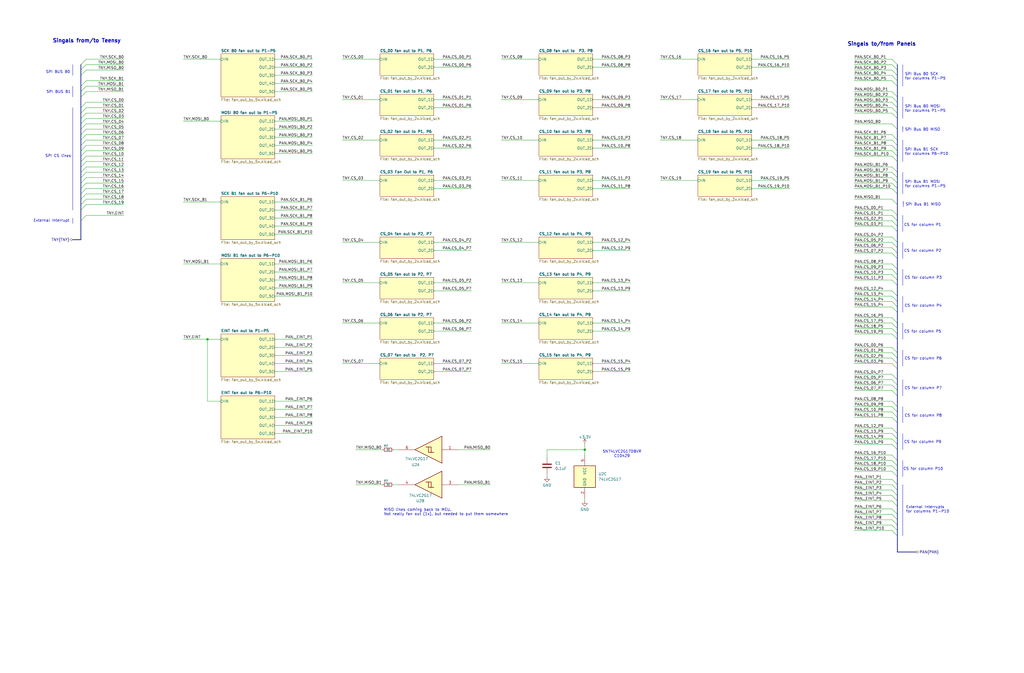
<source format=kicad_sch>
(kicad_sch (version 20250114) (generator "eeschema") (generator_version "9.0")
  (paper "User" 482.6 317.5)
  (bus_alias "PAN" (members "SCK_B0_P1" "SCK_B0_P2" "SCK_B0_P3" "SCK_B0_P4" "SCK_B0_P5" "MOSI_B0_P1" "MOSI_B0_P2" "MOSI_B0_P3" "MOSI_B0_P4" "MOSI_B0_P5" "MISO_B0" "SCK_B1_P6" "SCK_B1_P7" "SCK_B1_P8" "SCK_B1_P9" "SCK_B1_P10" "MOSI_B1_P6" "MOSI_B1_P7" "MOSI_B1_P8" "MOSI_B1_P9" "MOSI_B1_P10" "MISO_B1" "CS_00_P1" "CS_01_P1" "CS_02_P1" "CS_03_P1" "CS_04_P2" "CS_05_P2" "CS_06_P2" "CS_07_P2" "CS_08_P3" "CS_09_P3" "CS_10_P3" "CS_11_P3" "CS_12_P4" "CS_13_P4" "CS_14_P4" "CS_15_P4" "CS_16_P5" "CS_17_P5" "CS_18_P5" "CS_19_P5" "CS_00_P6" "CS_01_P6" "CS_02_P6" "CS_03_P6" "CS_04_P7" "CS_05_P7" "CS_06_P7" "CS_07_P7" "CS_08_P8" "CS_09_P8" "CS_10_P8" "CS_11_P8" "CS_12_P9" "CS_13_P9" "CS_14_P9" "CS_15_P9" "CS_16_P10" "CS_17_P10" "CS_19_P10" "EINT_P1" "EINT_P2" "EINT_P3" "EINT_P4" "EINT_P5" "EINT_P6" "EINT_P7" "EINT_P8" "EINT_P9" "EINT_P10"))
  (text "Singals to/from Panels" (at 415.544 20.828 0) (effects (font (size 1.778 1.778) (thickness 0.3556) (bold yes))))
  (text "SPI BUS B0 " (at 21.59 34.036 0) (effects (font (size 1.27 1.27)) (justify left)))
  (text "SPI BUS B1" (at 21.844 43.434 0) (effects (font (size 1.27 1.27)) (justify left)))
  (text "Singals from/to Teensy" (at 40.894 19.304 0) (effects (font (size 1.778 1.778) (thickness 0.3556) (bold yes))))
  (text "SPI Bus B1 MOSI\nfor columns P1-P5" (at 426.466 86.868 0) (effects (font (size 1.27 1.27)) (justify left)))
  (text "SPI Bus B0 SCK\nfor columns P1-P5" (at 426.466 36.068 0) (effects (font (size 1.27 1.27)) (justify left)))
  (text "SPI Bus B0 MOSI\nfor columns P1-P5" (at 426.466 51.308 0) (effects (font (size 1.27 1.27)) (justify left)))
  (text "CS for column P1" (at 434.848 106.172 0) (effects (font (size 1.27 1.27))))
  (text "CS for column P5" (at 434.848 156.464 0) (effects (font (size 1.27 1.27))))
  (text "CS for column P8" (at 435.102 196.088 0) (effects (font (size 1.27 1.27))))
  (text "CS for column P3" (at 435.102 131.064 0) (effects (font (size 1.27 1.27))))
  (text "SPI Bus B1 SCK\nfor columns P6-P10" (at 426.466 71.628 0) (effects (font (size 1.27 1.27)) (justify left)))
  (text "External Interrupt" (at 32.766 104.14 0) (effects (font (size 1.27 1.27)) (justify right)))
  (text "External Interrupts\nfor columns P1-P10" (at 426.974 240.284 0) (effects (font (size 1.27 1.27)) (justify left)))
  (text "CS for column P7" (at 435.102 183.134 0) (effects (font (size 1.27 1.27))))
  (text "MISO lines coming back to MCU.\nNot really fan out (1x), but needed to put them somewhere" (at 180.848 241.554 0) (effects (font (size 1.27 1.27)) (justify left)))
  (text "CS for column P4" (at 435.102 144.272 0) (effects (font (size 1.27 1.27))))
  (text "CS for column P10" (at 435.102 221.234 0) (effects (font (size 1.27 1.27))))
  (text "SPI Bus B0 MISO" (at 426.466 61.214 0) (effects (font (size 1.27 1.27)) (justify left)))
  (text "CS for column P9" (at 434.848 208.534 0) (effects (font (size 1.27 1.27))))
  (text "CS for column P2" (at 434.848 118.364 0) (effects (font (size 1.27 1.27))))
  (text "SN74LVC2G17DBVR\nC10429" (at 293.116 214.122 0) (effects (font (size 1.27 1.27))))
  (text "SPI Bus B1 MISO" (at 426.72 96.52 0) (effects (font (size 1.27 1.27)) (justify left)))
  (text "SPI CS lines" (at 33.528 73.66 0) (effects (font (size 1.27 1.27)) (justify right)))
  (text "CS for column P6" (at 435.102 169.164 0) (effects (font (size 1.27 1.27))))
  (junction (at 275.59 212.09))
  (junction (at 97.79 160.02))
  (bus_entry (at 422.91 30.48) (size -2.54 -2.54))
  (bus_entry (at 420.37 157.48) (size 2.54 2.54))
  (bus_entry (at 38.1 81.28) (size 2.54 -2.54))
  (bus_entry (at 38.1 60.96) (size 2.54 -2.54))
  (bus_entry (at 422.91 81.28) (size -2.54 -2.54))
  (bus_entry (at 422.91 166.37) (size -2.54 -2.54))
  (bus_entry (at 40.64 93.98) (size -2.54 2.54))
  (bus_entry (at 422.91 35.56) (size -2.54 -2.54))
  (bus_entry (at 422.91 171.45) (size -2.54 -2.54))
  (bus_entry (at 422.91 45.72) (size -2.54 -2.54))
  (bus_entry (at 422.91 91.44) (size -2.54 -2.54))
  (bus_entry (at 420.37 217.17) (size 2.54 2.54))
  (bus_entry (at 38.1 43.18) (size 2.54 -2.54))
  (bus_entry (at 38.1 30.48) (size 2.54 -2.54))
  (bus_entry (at 422.91 60.96) (size -2.54 -2.54))
  (bus_entry (at 422.91 116.84) (size -2.54 -2.54))
  (bus_entry (at 422.91 236.22) (size -2.54 -2.54))
  (bus_entry (at 422.91 194.31) (size -2.54 -2.54))
  (bus_entry (at 422.91 68.58) (size -2.54 -2.54))
  (bus_entry (at 422.91 127) (size -2.54 -2.54))
  (bus_entry (at 422.91 228.6) (size -2.54 -2.54))
  (bus_entry (at 420.37 149.86) (size 2.54 2.54))
  (bus_entry (at 38.1 40.64) (size 2.54 -2.54))
  (bus_entry (at 422.91 252.73) (size -2.54 -2.54))
  (bus_entry (at 422.91 55.88) (size -2.54 -2.54))
  (bus_entry (at 422.91 184.15) (size -2.54 -2.54))
  (bus_entry (at 422.91 104.14) (size -2.54 -2.54))
  (bus_entry (at 422.91 233.68) (size -2.54 -2.54))
  (bus_entry (at 422.91 73.66) (size -2.54 -2.54))
  (bus_entry (at 38.1 71.12) (size 2.54 -2.54))
  (bus_entry (at 38.1 50.8) (size 2.54 -2.54))
  (bus_entry (at 422.91 121.92) (size -2.54 -2.54))
  (bus_entry (at 38.1 53.34) (size 2.54 -2.54))
  (bus_entry (at 38.1 73.66) (size 2.54 -2.54))
  (bus_entry (at 40.64 86.36) (size -2.54 2.54))
  (bus_entry (at 422.91 33.02) (size -2.54 -2.54))
  (bus_entry (at 40.64 88.9) (size -2.54 2.54))
  (bus_entry (at 422.91 181.61) (size -2.54 -2.54))
  (bus_entry (at 38.1 63.5) (size 2.54 -2.54))
  (bus_entry (at 40.64 91.44) (size -2.54 2.54))
  (bus_entry (at 422.91 134.62) (size -2.54 -2.54))
  (bus_entry (at 422.91 50.8) (size -2.54 -2.54))
  (bus_entry (at 38.1 66.04) (size 2.54 -2.54))
  (bus_entry (at 420.37 144.78) (size 2.54 2.54))
  (bus_entry (at 422.91 40.64) (size -2.54 -2.54))
  (bus_entry (at 38.1 33.02) (size 2.54 -2.54))
  (bus_entry (at 422.91 144.78) (size -2.54 -2.54))
  (bus_entry (at 422.91 119.38) (size -2.54 -2.54))
  (bus_entry (at 422.91 101.6) (size -2.54 -2.54))
  (bus_entry (at 422.91 139.7) (size -2.54 -2.54))
  (bus_entry (at 38.1 78.74) (size 2.54 -2.54))
  (bus_entry (at 420.37 154.94) (size 2.54 2.54))
  (bus_entry (at 422.91 142.24) (size -2.54 -2.54))
  (bus_entry (at 422.91 129.54) (size -2.54 -2.54))
  (bus_entry (at 422.91 48.26) (size -2.54 -2.54))
  (bus_entry (at 40.64 101.6) (size -2.54 2.54))
  (bus_entry (at 38.1 45.72) (size 2.54 -2.54))
  (bus_entry (at 422.91 250.19) (size -2.54 -2.54))
  (bus_entry (at 420.37 209.55) (size 2.54 2.54))
  (bus_entry (at 40.64 96.52) (size -2.54 2.54))
  (bus_entry (at 38.1 83.82) (size 2.54 -2.54))
  (bus_entry (at 422.91 86.36) (size -2.54 -2.54))
  (bus_entry (at 422.91 53.34) (size -2.54 -2.54))
  (bus_entry (at 38.1 55.88) (size 2.54 -2.54))
  (bus_entry (at 422.91 242.57) (size -2.54 -2.54))
  (bus_entry (at 422.91 196.85) (size -2.54 -2.54))
  (bus_entry (at 38.1 68.58) (size 2.54 -2.54))
  (bus_entry (at 422.91 66.04) (size -2.54 -2.54))
  (bus_entry (at 420.37 214.63) (size 2.54 2.54))
  (bus_entry (at 422.91 245.11) (size -2.54 -2.54))
  (bus_entry (at 422.91 88.9) (size -2.54 -2.54))
  (bus_entry (at 422.91 191.77) (size -2.54 -2.54))
  (bus_entry (at 422.91 207.01) (size -2.54 -2.54))
  (bus_entry (at 422.91 186.69) (size -2.54 -2.54))
  (bus_entry (at 38.1 35.56) (size 2.54 -2.54))
  (bus_entry (at 38.1 76.2) (size 2.54 -2.54))
  (bus_entry (at 422.91 38.1) (size -2.54 -2.54))
  (bus_entry (at 422.91 204.47) (size -2.54 -2.54))
  (bus_entry (at 420.37 152.4) (size 2.54 2.54))
  (bus_entry (at 422.91 173.99) (size -2.54 -2.54))
  (bus_entry (at 422.91 247.65) (size -2.54 -2.54))
  (bus_entry (at 422.91 114.3) (size -2.54 -2.54))
  (bus_entry (at 422.91 106.68) (size -2.54 -2.54))
  (bus_entry (at 38.1 58.42) (size 2.54 -2.54))
  (bus_entry (at 38.1 86.36) (size 2.54 -2.54))
  (bus_entry (at 422.91 238.76) (size -2.54 -2.54))
  (bus_entry (at 422.91 76.2) (size -2.54 -2.54))
  (bus_entry (at 422.91 109.22) (size -2.54 -2.54))
  (bus_entry (at 422.91 231.14) (size -2.54 -2.54))
  (bus_entry (at 420.37 219.71) (size 2.54 2.54))
  (bus_entry (at 422.91 71.12) (size -2.54 -2.54))
  (bus_entry (at 422.91 209.55) (size -2.54 -2.54))
  (bus_entry (at 422.91 96.52) (size -2.54 -2.54))
  (bus_entry (at 422.91 179.07) (size -2.54 -2.54))
  (bus_entry (at 422.91 199.39) (size -2.54 -2.54))
  (bus_entry (at 420.37 222.25) (size 2.54 2.54))
  (bus_entry (at 422.91 168.91) (size -2.54 -2.54))
  (bus_entry (at 422.91 83.82) (size -2.54 -2.54))
  (bus_entry (at 422.91 132.08) (size -2.54 -2.54))
  (bus (pts (xy 422.91 152.4) (xy 422.91 154.94)))
  (bus (pts (xy 422.91 233.68) (xy 422.91 236.22)))
  (bus (pts (xy 422.91 139.7) (xy 422.91 142.24)))
  (wire (pts (xy 420.37 245.11) (xy 402.59 245.11)))
  (wire (pts (xy 420.37 81.28) (xy 402.59 81.28)))
  (wire (pts (xy 204.47 175.26) (xy 222.25 175.26)))
  (bus (pts (xy 38.1 60.96) (xy 38.1 63.5)))
  (bus (pts (xy 422.91 250.19) (xy 422.91 252.73)))
  (wire (pts (xy 129.54 171.45) (xy 147.32 171.45)))
  (bus (pts (xy 422.91 127) (xy 422.91 129.54)))
  (bus (pts (xy 422.91 160.02) (xy 422.91 166.37)))
  (wire (pts (xy 204.47 114.3) (xy 222.25 114.3)))
  (wire (pts (xy 279.4 27.94) (xy 297.18 27.94)))
  (wire (pts (xy 420.37 233.68) (xy 402.59 233.68)))
  (wire (pts (xy 204.47 133.35) (xy 222.25 133.35)))
  (wire (pts (xy 311.15 46.99) (xy 328.93 46.99)))
  (wire (pts (xy 420.37 163.83) (xy 402.59 163.83)))
  (wire (pts (xy 420.37 176.53) (xy 402.59 176.53)))
  (wire (pts (xy 129.54 64.77) (xy 147.32 64.77)))
  (wire (pts (xy 104.14 189.23) (xy 97.79 189.23)))
  (bus (pts (xy 422.91 134.62) (xy 422.91 139.7)))
  (wire (pts (xy 275.59 209.55) (xy 275.59 212.09)))
  (polyline (pts (xy 425.704 94.996) (xy 425.704 96.266)))
  (bus (pts (xy 422.91 222.25) (xy 422.91 224.79)))
  (wire (pts (xy 40.64 27.94) (xy 58.42 27.94)))
  (wire (pts (xy 420.37 236.22) (xy 402.59 236.22)))
  (wire (pts (xy 420.37 144.78) (xy 402.59 144.78)))
  (wire (pts (xy 129.54 167.64) (xy 147.32 167.64)))
  (bus (pts (xy 422.91 179.07) (xy 422.91 181.61)))
  (wire (pts (xy 161.29 66.04) (xy 179.07 66.04)))
  (bus (pts (xy 38.1 45.72) (xy 38.1 50.8)))
  (wire (pts (xy 185.42 228.6) (xy 187.96 228.6)))
  (wire (pts (xy 40.64 81.28) (xy 58.42 81.28)))
  (wire (pts (xy 236.22 114.3) (xy 254 114.3)))
  (wire (pts (xy 40.64 33.02) (xy 58.42 33.02)))
  (wire (pts (xy 129.54 110.49) (xy 147.32 110.49)))
  (bus (pts (xy 422.91 50.8) (xy 422.91 53.34)))
  (wire (pts (xy 420.37 168.91) (xy 402.59 168.91)))
  (bus (pts (xy 38.1 104.14) (xy 38.1 113.03)))
  (wire (pts (xy 420.37 35.56) (xy 402.59 35.56)))
  (bus (pts (xy 38.1 73.66) (xy 38.1 76.2)))
  (wire (pts (xy 420.37 184.15) (xy 402.59 184.15)))
  (bus (pts (xy 422.91 181.61) (xy 422.91 184.15)))
  (wire (pts (xy 161.29 152.4) (xy 179.07 152.4)))
  (wire (pts (xy 420.37 240.03) (xy 402.59 240.03)))
  (wire (pts (xy 420.37 231.14) (xy 402.59 231.14)))
  (wire (pts (xy 420.37 83.82) (xy 402.59 83.82)))
  (wire (pts (xy 275.59 212.09) (xy 275.59 214.63)))
  (wire (pts (xy 58.42 63.5) (xy 40.64 63.5)))
  (bus (pts (xy 38.1 50.8) (xy 38.1 53.34)))
  (wire (pts (xy 420.37 78.74) (xy 402.59 78.74)))
  (wire (pts (xy 420.37 88.9) (xy 402.59 88.9)))
  (wire (pts (xy 129.54 60.96) (xy 147.32 60.96)))
  (wire (pts (xy 185.42 212.09) (xy 187.96 212.09)))
  (bus (pts (xy 422.91 132.08) (xy 422.91 134.62)))
  (bus (pts (xy 422.91 184.15) (xy 422.91 186.69)))
  (polyline (pts (xy 425.45 152.4) (xy 425.45 160.02)))
  (bus (pts (xy 422.91 119.38) (xy 422.91 121.92)))
  (wire (pts (xy 420.37 196.85) (xy 402.59 196.85)))
  (wire (pts (xy 129.54 128.27) (xy 147.32 128.27)))
  (bus (pts (xy 38.1 40.64) (xy 38.1 43.18)))
  (bus (pts (xy 422.91 247.65) (xy 422.91 250.19)))
  (wire (pts (xy 420.37 38.1) (xy 402.59 38.1)))
  (wire (pts (xy 354.33 31.75) (xy 372.11 31.75)))
  (bus (pts (xy 422.91 33.02) (xy 422.91 35.56)))
  (bus (pts (xy 422.91 30.48) (xy 422.91 33.02)))
  (wire (pts (xy 420.37 166.37) (xy 402.59 166.37)))
  (wire (pts (xy 420.37 33.02) (xy 402.59 33.02)))
  (wire (pts (xy 167.64 228.6) (xy 180.34 228.6)))
  (bus (pts (xy 422.91 91.44) (xy 422.91 96.52)))
  (wire (pts (xy 420.37 106.68) (xy 402.59 106.68)))
  (bus (pts (xy 38.1 93.98) (xy 38.1 96.52)))
  (bus (pts (xy 422.91 116.84) (xy 422.91 119.38)))
  (wire (pts (xy 420.37 45.72) (xy 402.59 45.72)))
  (wire (pts (xy 402.59 214.63) (xy 420.37 214.63)))
  (wire (pts (xy 86.36 95.25) (xy 104.14 95.25)))
  (wire (pts (xy 58.42 93.98) (xy 40.64 93.98)))
  (wire (pts (xy 204.47 118.11) (xy 222.25 118.11)))
  (wire (pts (xy 97.79 189.23) (xy 97.79 160.02)))
  (bus (pts (xy 38.1 35.56) (xy 38.1 40.64)))
  (wire (pts (xy 129.54 35.56) (xy 147.32 35.56)))
  (bus (pts (xy 422.91 35.56) (xy 422.91 38.1)))
  (wire (pts (xy 420.37 111.76) (xy 402.59 111.76)))
  (wire (pts (xy 402.59 154.94) (xy 420.37 154.94)))
  (wire (pts (xy 40.64 48.26) (xy 58.42 48.26)))
  (wire (pts (xy 420.37 66.04) (xy 402.59 66.04)))
  (wire (pts (xy 420.37 204.47) (xy 402.59 204.47)))
  (bus (pts (xy 422.91 166.37) (xy 422.91 168.91)))
  (wire (pts (xy 129.54 200.66) (xy 147.32 200.66)))
  (bus (pts (xy 38.1 68.58) (xy 38.1 71.12)))
  (wire (pts (xy 129.54 204.47) (xy 147.32 204.47)))
  (wire (pts (xy 58.42 91.44) (xy 40.64 91.44)))
  (wire (pts (xy 204.47 88.9) (xy 222.25 88.9)))
  (wire (pts (xy 279.4 85.09) (xy 297.18 85.09)))
  (wire (pts (xy 420.37 142.24) (xy 402.59 142.24)))
  (wire (pts (xy 420.37 101.6) (xy 402.59 101.6)))
  (bus (pts (xy 422.91 245.11) (xy 422.91 247.65)))
  (bus (pts (xy 422.91 48.26) (xy 422.91 50.8)))
  (wire (pts (xy 40.64 73.66) (xy 58.42 73.66)))
  (wire (pts (xy 40.64 60.96) (xy 58.42 60.96)))
  (bus (pts (xy 422.91 204.47) (xy 422.91 207.01)))
  (wire (pts (xy 420.37 171.45) (xy 402.59 171.45)))
  (wire (pts (xy 40.64 43.18) (xy 58.42 43.18)))
  (wire (pts (xy 204.47 156.21) (xy 222.25 156.21)))
  (bus (pts (xy 422.91 73.66) (xy 422.91 76.2)))
  (polyline (pts (xy 425.45 60.96) (xy 425.45 62.23)) (stroke (width 0) (type solid)))
  (wire (pts (xy 420.37 139.7) (xy 402.59 139.7)))
  (wire (pts (xy 40.64 71.12) (xy 58.42 71.12)))
  (wire (pts (xy 161.29 27.94) (xy 179.07 27.94)))
  (bus (pts (xy 422.91 96.52) (xy 422.91 101.6)))
  (wire (pts (xy 257.81 223.52) (xy 257.81 224.79)))
  (polyline (pts (xy 425.45 191.77) (xy 425.45 199.39)))
  (wire (pts (xy 129.54 193.04) (xy 147.32 193.04)))
  (bus (pts (xy 38.1 53.34) (xy 38.1 55.88)))
  (bus (pts (xy 422.91 60.96) (xy 422.91 66.04)))
  (wire (pts (xy 279.4 152.4) (xy 297.18 152.4)))
  (polyline (pts (xy 425.45 45.72) (xy 425.45 55.88)))
  (wire (pts (xy 40.64 58.42) (xy 58.42 58.42)))
  (wire (pts (xy 420.37 209.55) (xy 402.59 209.55)))
  (wire (pts (xy 420.37 30.48) (xy 402.59 30.48)))
  (wire (pts (xy 129.54 72.39) (xy 147.32 72.39)))
  (wire (pts (xy 86.36 124.46) (xy 104.14 124.46)))
  (wire (pts (xy 204.47 46.99) (xy 222.25 46.99)))
  (polyline (pts (xy 425.45 114.3) (xy 425.45 121.92)))
  (wire (pts (xy 420.37 50.8) (xy 402.59 50.8)))
  (bus (pts (xy 422.91 38.1) (xy 422.91 40.64)))
  (bus (pts (xy 422.91 76.2) (xy 422.91 81.28)))
  (wire (pts (xy 279.4 69.85) (xy 297.18 69.85)))
  (bus (pts (xy 422.91 238.76) (xy 422.91 242.57)))
  (polyline (pts (xy 34.29 40.64) (xy 34.29 45.72)))
  (polyline (pts (xy 34.29 50.8) (xy 34.29 99.06)))
  (wire (pts (xy 420.37 114.3) (xy 402.59 114.3)))
  (polyline (pts (xy 425.45 179.07) (xy 425.45 186.69)))
  (wire (pts (xy 354.33 46.99) (xy 372.11 46.99)))
  (bus (pts (xy 422.91 142.24) (xy 422.91 144.78)))
  (bus (pts (xy 422.91 129.54) (xy 422.91 132.08)))
  (bus (pts (xy 422.91 106.68) (xy 422.91 109.22)))
  (wire (pts (xy 311.15 27.94) (xy 328.93 27.94)))
  (wire (pts (xy 279.4 46.99) (xy 297.18 46.99)))
  (wire (pts (xy 402.59 181.61) (xy 420.37 181.61)))
  (wire (pts (xy 279.4 171.45) (xy 297.18 171.45)))
  (bus (pts (xy 38.1 63.5) (xy 38.1 66.04)))
  (bus (pts (xy 38.1 33.02) (xy 38.1 35.56)))
  (wire (pts (xy 420.37 68.58) (xy 402.59 68.58)))
  (wire (pts (xy 279.4 66.04) (xy 297.18 66.04)))
  (wire (pts (xy 40.64 78.74) (xy 58.42 78.74)))
  (wire (pts (xy 354.33 27.94) (xy 372.11 27.94)))
  (bus (pts (xy 422.91 252.73) (xy 422.91 260.35)))
  (bus (pts (xy 422.91 199.39) (xy 422.91 204.47)))
  (wire (pts (xy 167.64 212.09) (xy 180.34 212.09)))
  (wire (pts (xy 58.42 101.6) (xy 40.64 101.6)))
  (wire (pts (xy 129.54 39.37) (xy 147.32 39.37)))
  (wire (pts (xy 129.54 43.18) (xy 147.32 43.18)))
  (wire (pts (xy 420.37 226.06) (xy 402.59 226.06)))
  (wire (pts (xy 420.37 179.07) (xy 402.59 179.07)))
  (wire (pts (xy 402.59 152.4) (xy 420.37 152.4)))
  (bus (pts (xy 422.91 219.71) (xy 422.91 222.25)))
  (wire (pts (xy 402.59 116.84) (xy 420.37 116.84)))
  (bus (pts (xy 38.1 91.44) (xy 38.1 93.98)))
  (bus (pts (xy 38.1 71.12) (xy 38.1 73.66)))
  (wire (pts (xy 275.59 234.95) (xy 275.59 236.22)))
  (bus (pts (xy 422.91 228.6) (xy 422.91 231.14)))
  (polyline (pts (xy 425.45 127) (xy 425.45 134.62)))
  (wire (pts (xy 420.37 99.06) (xy 402.59 99.06)))
  (bus (pts (xy 422.91 144.78) (xy 422.91 147.32)))
  (wire (pts (xy 40.64 50.8) (xy 58.42 50.8)))
  (wire (pts (xy 279.4 114.3) (xy 297.18 114.3)))
  (wire (pts (xy 279.4 137.16) (xy 297.18 137.16)))
  (bus (pts (xy 422.91 236.22) (xy 422.91 238.76)))
  (bus (pts (xy 422.91 109.22) (xy 422.91 114.3)))
  (bus (pts (xy 422.91 207.01) (xy 422.91 209.55)))
  (wire (pts (xy 204.47 152.4) (xy 222.25 152.4)))
  (wire (pts (xy 420.37 132.08) (xy 402.59 132.08)))
  (polyline (pts (xy 425.45 204.47) (xy 425.45 212.09)))
  (wire (pts (xy 257.81 212.09) (xy 257.81 215.9)))
  (bus (pts (xy 422.91 121.92) (xy 422.91 127)))
  (bus (pts (xy 422.91 88.9) (xy 422.91 91.44)))
  (wire (pts (xy 311.15 85.09) (xy 328.93 85.09)))
  (bus (pts (xy 422.91 168.91) (xy 422.91 171.45)))
  (polyline (pts (xy 425.45 81.28) (xy 425.45 91.44)))
  (wire (pts (xy 204.47 137.16) (xy 222.25 137.16)))
  (wire (pts (xy 420.37 71.12) (xy 402.59 71.12)))
  (wire (pts (xy 40.64 55.88) (xy 58.42 55.88)))
  (wire (pts (xy 420.37 48.26) (xy 402.59 48.26)))
  (wire (pts (xy 402.59 157.48) (xy 420.37 157.48)))
  (wire (pts (xy 58.42 96.52) (xy 40.64 96.52)))
  (polyline (pts (xy 425.45 59.69) (xy 425.45 60.96)))
  (wire (pts (xy 420.37 137.16) (xy 402.59 137.16)))
  (bus (pts (xy 422.91 154.94) (xy 422.91 157.48)))
  (wire (pts (xy 279.4 50.8) (xy 297.18 50.8)))
  (bus (pts (xy 422.91 191.77) (xy 422.91 194.31)))
  (wire (pts (xy 58.42 88.9) (xy 40.64 88.9)))
  (bus (pts (xy 422.91 68.58) (xy 422.91 71.12)))
  (wire (pts (xy 420.37 189.23) (xy 402.59 189.23)))
  (wire (pts (xy 420.37 43.18) (xy 402.59 43.18)))
  (wire (pts (xy 204.47 69.85) (xy 222.25 69.85)))
  (wire (pts (xy 129.54 132.08) (xy 147.32 132.08)))
  (wire (pts (xy 161.29 171.45) (xy 179.07 171.45)))
  (wire (pts (xy 311.15 66.04) (xy 328.93 66.04)))
  (polyline (pts (xy 34.29 30.48) (xy 34.29 35.56)))
  (wire (pts (xy 420.37 250.19) (xy 402.59 250.19)))
  (bus (pts (xy 38.1 58.42) (xy 38.1 60.96)))
  (wire (pts (xy 354.33 50.8) (xy 372.11 50.8)))
  (wire (pts (xy 129.54 139.7) (xy 147.32 139.7)))
  (wire (pts (xy 420.37 127) (xy 402.59 127)))
  (wire (pts (xy 236.22 133.35) (xy 254 133.35)))
  (wire (pts (xy 279.4 133.35) (xy 297.18 133.35)))
  (wire (pts (xy 279.4 31.75) (xy 297.18 31.75)))
  (bus (pts (xy 38.1 96.52) (xy 38.1 99.06)))
  (wire (pts (xy 86.36 160.02) (xy 97.79 160.02)))
  (bus (pts (xy 422.91 231.14) (xy 422.91 233.68)))
  (wire (pts (xy 420.37 194.31) (xy 402.59 194.31)))
  (wire (pts (xy 129.54 57.15) (xy 147.32 57.15)))
  (wire (pts (xy 420.37 201.93) (xy 402.59 201.93)))
  (wire (pts (xy 420.37 86.36) (xy 402.59 86.36)))
  (wire (pts (xy 236.22 66.04) (xy 254 66.04)))
  (wire (pts (xy 129.54 99.06) (xy 147.32 99.06)))
  (wire (pts (xy 40.64 68.58) (xy 58.42 68.58)))
  (wire (pts (xy 40.64 86.36) (xy 58.42 86.36)))
  (wire (pts (xy 279.4 88.9) (xy 297.18 88.9)))
  (wire (pts (xy 257.81 212.09) (xy 275.59 212.09)))
  (wire (pts (xy 40.64 76.2) (xy 58.42 76.2)))
  (polyline (pts (xy 425.45 165.1) (xy 425.45 172.72)))
  (wire (pts (xy 129.54 106.68) (xy 147.32 106.68)))
  (wire (pts (xy 40.64 66.04) (xy 58.42 66.04)))
  (wire (pts (xy 420.37 93.98) (xy 402.59 93.98)))
  (wire (pts (xy 236.22 85.09) (xy 254 85.09)))
  (wire (pts (xy 129.54 27.94) (xy 147.32 27.94)))
  (polyline (pts (xy 34.29 102.87) (xy 34.29 105.41)))
  (wire (pts (xy 161.29 133.35) (xy 179.07 133.35)))
  (wire (pts (xy 204.47 85.09) (xy 222.25 85.09)))
  (bus (pts (xy 422.91 104.14) (xy 422.91 106.68)))
  (bus (pts (xy 422.91 81.28) (xy 422.91 83.82)))
  (wire (pts (xy 420.37 129.54) (xy 402.59 129.54)))
  (wire (pts (xy 236.22 152.4) (xy 254 152.4)))
  (bus (pts (xy 38.1 66.04) (xy 38.1 68.58)))
  (bus (pts (xy 38.1 99.06) (xy 38.1 104.14)))
  (bus (pts (xy 422.91 53.34) (xy 422.91 55.88)))
  (bus (pts (xy 422.91 196.85) (xy 422.91 199.39)))
  (wire (pts (xy 402.59 222.25) (xy 420.37 222.25)))
  (polyline (pts (xy 425.45 101.6) (xy 425.45 109.22)))
  (bus (pts (xy 422.91 209.55) (xy 422.91 212.09)))
  (bus (pts (xy 422.91 86.36) (xy 422.91 88.9)))
  (bus (pts (xy 422.91 242.57) (xy 422.91 245.11)))
  (wire (pts (xy 204.47 27.94) (xy 222.25 27.94)))
  (bus (pts (xy 38.1 30.48) (xy 38.1 33.02)))
  (wire (pts (xy 420.37 228.6) (xy 402.59 228.6)))
  (wire (pts (xy 420.37 63.5) (xy 402.59 63.5)))
  (bus (pts (xy 38.1 76.2) (xy 38.1 78.74)))
  (bus (pts (xy 422.91 173.99) (xy 422.91 179.07)))
  (bus (pts (xy 422.91 55.88) (xy 422.91 60.96)))
  (wire (pts (xy 204.47 171.45) (xy 222.25 171.45)))
  (wire (pts (xy 354.33 85.09) (xy 372.11 85.09)))
  (wire (pts (xy 420.37 191.77) (xy 402.59 191.77)))
  (wire (pts (xy 420.37 73.66) (xy 402.59 73.66)))
  (polyline (pts (xy 425.45 59.69) (xy 425.45 60.96)))
  (wire (pts (xy 129.54 163.83) (xy 147.32 163.83)))
  (wire (pts (xy 129.54 135.89) (xy 147.32 135.89)))
  (wire (pts (xy 161.29 85.09) (xy 179.07 85.09)))
  (wire (pts (xy 129.54 31.75) (xy 147.32 31.75)))
  (wire (pts (xy 354.33 88.9) (xy 372.11 88.9)))
  (bus (pts (xy 422.91 147.32) (xy 422.91 152.4)))
  (bus (pts (xy 422.91 186.69) (xy 422.91 191.77)))
  (bus (pts (xy 38.1 55.88) (xy 38.1 58.42)))
  (bus (pts (xy 422.91 157.48) (xy 422.91 160.02)))
  (bus (pts (xy 422.91 212.09) (xy 422.91 217.17)))
  (polyline (pts (xy 425.45 217.17) (xy 425.45 224.79)))
  (bus (pts (xy 38.1 86.36) (xy 38.1 88.9)))
  (wire (pts (xy 40.64 83.82) (xy 58.42 83.82)))
  (wire (pts (xy 215.9 228.6) (xy 231.14 228.6)))
  (wire (pts (xy 236.22 171.45) (xy 254 171.45)))
  (bus (pts (xy 422.91 45.72) (xy 422.91 48.26)))
  (wire (pts (xy 97.79 160.02) (xy 104.14 160.02)))
  (wire (pts (xy 129.54 160.02) (xy 147.32 160.02)))
  (bus (pts (xy 422.91 224.79) (xy 422.91 228.6)))
  (polyline (pts (xy 425.45 228.6) (xy 425.45 252.73)))
  (bus (pts (xy 422.91 217.17) (xy 422.91 219.71)))
  (wire (pts (xy 420.37 58.42) (xy 402.59 58.42)))
  (wire (pts (xy 204.47 31.75) (xy 222.25 31.75)))
  (bus (pts (xy 38.1 83.82) (xy 38.1 86.36)))
  (wire (pts (xy 129.54 68.58) (xy 147.32 68.58)))
  (bus (pts (xy 38.1 113.03) (xy 34.29 113.03)))
  (wire (pts (xy 129.54 196.85) (xy 147.32 196.85)))
  (wire (pts (xy 204.47 50.8) (xy 222.25 50.8)))
  (wire (pts (xy 204.47 66.04) (xy 222.25 66.04)))
  (bus (pts (xy 38.1 81.28) (xy 38.1 83.82)))
  (wire (pts (xy 215.9 212.09) (xy 231.14 212.09)))
  (wire (pts (xy 279.4 175.26) (xy 297.18 175.26)))
  (wire (pts (xy 420.37 104.14) (xy 402.59 104.14)))
  (wire (pts (xy 129.54 189.23) (xy 147.32 189.23)))
  (wire (pts (xy 161.29 114.3) (xy 179.07 114.3)))
  (polyline (pts (xy 425.45 66.04) (xy 425.45 76.2)))
  (wire (pts (xy 402.59 219.71) (xy 420.37 219.71)))
  (polyline (pts (xy 425.704 96.266) (xy 425.704 97.536)) (stroke (width 0) (type solid)))
  (bus (pts (xy 38.1 88.9) (xy 38.1 91.44)))
  (bus (pts (xy 422.91 71.12) (xy 422.91 73.66)))
  (bus (pts (xy 422.91 260.35) (xy 431.8 260.35)))
  (bus (pts (xy 38.1 78.74) (xy 38.1 81.28)))
  (wire (pts (xy 354.33 66.04) (xy 372.11 66.04)))
  (wire (pts (xy 420.37 124.46) (xy 402.59 124.46)))
  (polyline (pts (xy 425.45 139.7) (xy 425.45 147.32)))
  (wire (pts (xy 236.22 46.99) (xy 254 46.99)))
  (wire (pts (xy 129.54 102.87) (xy 147.32 102.87)))
  (wire (pts (xy 420.37 119.38) (xy 402.59 119.38)))
  (wire (pts (xy 354.33 69.85) (xy 372.11 69.85)))
  (bus (pts (xy 38.1 43.18) (xy 38.1 45.72)))
  (polyline (pts (xy 425.704 94.996) (xy 425.704 96.266)))
  (wire (pts (xy 420.37 242.57) (xy 402.59 242.57)))
  (bus (pts (xy 422.91 114.3) (xy 422.91 116.84)))
  (bus (pts (xy 422.91 40.64) (xy 422.91 45.72)))
  (wire (pts (xy 420.37 27.94) (xy 402.59 27.94)))
  (bus (pts (xy 422.91 171.45) (xy 422.91 173.99)))
  (wire (pts (xy 86.36 27.94) (xy 104.14 27.94)))
  (wire (pts (xy 129.54 124.46) (xy 147.32 124.46)))
  (wire (pts (xy 40.64 53.34) (xy 58.42 53.34)))
  (bus (pts (xy 422.91 83.82) (xy 422.91 86.36)))
  (wire (pts (xy 161.29 46.99) (xy 179.07 46.99)))
  (wire (pts (xy 86.36 57.15) (xy 104.14 57.15)))
  (bus (pts (xy 422.91 194.31) (xy 422.91 196.85)))
  (wire (pts (xy 129.54 175.26) (xy 147.32 175.26)))
  (bus (pts (xy 422.91 66.04) (xy 422.91 68.58)))
  (wire (pts (xy 40.64 30.48) (xy 58.42 30.48)))
  (wire (pts (xy 402.59 149.86) (xy 420.37 149.86)))
  (wire (pts (xy 420.37 207.01) (xy 402.59 207.01)))
  (polyline (pts (xy 425.45 30.48) (xy 425.45 40.64)))
  (wire (pts (xy 279.4 156.21) (xy 297.18 156.21)))
  (wire (pts (xy 129.54 95.25) (xy 147.32 95.25)))
  (wire (pts (xy 236.22 27.94) (xy 254 27.94)))
  (wire (pts (xy 420.37 247.65) (xy 402.59 247.65)))
  (bus (pts (xy 422.91 101.6) (xy 422.91 104.14)))
  (wire (pts (xy 420.37 53.34) (xy 402.59 53.34)))
  (wire (pts (xy 40.64 40.64) (xy 58.42 40.64)))
  (wire (pts (xy 402.59 217.17) (xy 420.37 217.17)))
  (wire (pts (xy 40.64 38.1) (xy 58.42 38.1)))
  (wire (pts (xy 279.4 118.11) (xy 297.18 118.11)))
  (label "TNY.CS_01" (at 58.42 50.8 180))
  (label "PAN.CS_09_P8" (at 297.18 50.8 180))
  (label "PAN.CS_00_P6" (at 402.59 163.83 0))
  (label "PAN.CS_04_P2" (at 402.59 111.76 0))
  (label "PAN.CS_07_P7" (at 402.59 184.15 0))
  (label "PAN.CS_02_P6" (at 402.59 168.91 0))
  (label "PAN.CS_02_P1" (at 222.25 66.04 180))
  (label "PAN.CS_16_P5" (at 372.11 27.94 180))
  (label "PAN.CS_19_P10" (at 372.11 88.9 180))
  (label "TNY.CS_13" (at 236.22 133.35 0))
  (label "PAN.CS_18_P5" (at 402.59 154.94 0))
  (label "TNY.MISO_B1" (at 58.42 43.18 180))
  (label "PAN.CS_04_P7" (at 222.25 118.11 180))
  (label "TNY.CS_00" (at 58.42 48.26 180))
  (label "TNY.CS_15" (at 236.22 171.45 0))
  (label "PAN.CS_08_P8" (at 297.18 31.75 180))
  (label "PAN.MISO_B0" (at 402.59 58.42 0))
  (label "PAN.CS_03_P6" (at 402.59 171.45 0))
  (label "PAN.CS_11_P3" (at 402.59 132.08 0))
  (label "PAN.SCK_B1_P9" (at 147.32 106.68 180))
  (label "PAN._EINT_P2" (at 147.32 163.83 180))
  (label "TNY.CS_17" (at 311.15 46.99 0))
  (label "PAN.SCK_B1_P10" (at 402.59 73.66 0))
  (label "TNY.CS_08" (at 58.42 68.58 180))
  (label "PAN.SCK_B0_P3" (at 147.32 35.56 180))
  (label "TNY.CS_03" (at 161.29 85.09 0))
  (label "PAN._EINT_P6" (at 147.32 189.23 180))
  (label "PAN.MOSI_B1_P10" (at 147.32 139.7 180))
  (label "PAN.MOSI_B0_P5" (at 402.59 53.34 0))
  (label "PAN.CS_07_P7" (at 222.25 175.26 180))
  (label "TNY.CS_14" (at 58.42 83.82 180))
  (label "PAN.CS_11_P3" (at 297.18 85.09 180))
  (label "TNY.MISO_B0" (at 167.64 212.09 0))
  (label "TNY.CS_09" (at 236.22 46.99 0))
  (label "PAN.CS_10_P8" (at 402.59 194.31 0))
  (label "PAN.CS_05_P2" (at 222.25 133.35 180))
  (label "PAN._EINT_P8" (at 402.59 245.11 0))
  (label "PAN.CS_19_P10" (at 402.59 222.25 0))
  (label "TNY.CS_00" (at 161.29 27.94 0))
  (label "TNY.CS_11" (at 58.42 76.2 180))
  (label "TNY.SCK_B0" (at 86.36 27.94 0))
  (label "PAN.CS_09_P3" (at 297.18 46.99 180))
  (label "TNY.CS_06" (at 161.29 152.4 0))
  (label "TNY.CS_13" (at 58.42 81.28 180))
  (label "PAN.CS_12_P4" (at 297.18 114.3 180))
  (label "PAN._EINT_P10" (at 402.59 250.19 0))
  (label "PAN.CS_14_P9" (at 402.59 207.01 0))
  (label "PAN.MOSI_B0_P3" (at 402.59 48.26 0))
  (label "PAN.CS_17_P10" (at 402.59 217.17 0))
  (label "PAN.CS_07_P2" (at 402.59 119.38 0))
  (label "PAN._EINT_P5" (at 147.32 175.26 180))
  (label "PAN.MOSI_B0_P2" (at 402.59 45.72 0))
  (label "TNY.MOSI_B1" (at 58.42 40.64 180))
  (label "PAN.CS_16_P5" (at 402.59 149.86 0))
  (label "PAN._EINT_P4" (at 147.32 171.45 180))
  (label "PAN.CS_01_P1" (at 222.25 46.99 180))
  (label "PAN.CS_04_P7" (at 402.59 176.53 0))
  (label "PAN.CS_03_P1" (at 402.59 106.68 0))
  (label "PAN._EINT_P2" (at 402.59 228.6 0))
  (label "PAN.CS_14_P4" (at 402.59 142.24 0))
  (label "PAN.CS_18_P10" (at 402.59 219.71 0))
  (label "TNY.CS_18" (at 311.15 66.04 0))
  (label "TNY.CS_01" (at 161.29 46.99 0))
  (label "PAN.CS_15_P4" (at 402.59 144.78 0))
  (label "PAN.CS_19_P5" (at 402.59 157.48 0))
  (label "PAN.SCK_B0_P5" (at 402.59 38.1 0))
  (label "TNY.CS_05" (at 58.42 60.96 180))
  (label "PAN.SCK_B1_P7" (at 402.59 66.04 0))
  (label "PAN.CS_10_P3" (at 402.59 129.54 0))
  (label "PAN.SCK_B0_P1" (at 147.32 27.94 180))
  (label "PAN.SCK_B1_P6" (at 147.32 95.25 180))
  (label "PAN._EINT_P5" (at 402.59 236.22 0))
  (label "PAN.MOSI_B1_P6" (at 147.32 124.46 180))
  (label "TNY.CS_10" (at 58.42 73.66 180))
  (label "PAN.SCK_B1_P8" (at 402.59 68.58 0))
  (label "PAN.CS_05_P7" (at 402.59 179.07 0))
  (label "PAN.CS_10_P8" (at 297.18 69.85 180))
  (label "TNY.CS_18" (at 58.42 93.98 180))
  (label "PAN.MOSI_B1_P6" (at 402.59 78.74 0))
  (label "PAN.CS_05_P2" (at 402.59 114.3 0))
  (label "PAN._EINT_P4" (at 402.59 233.68 0))
  (label "PAN.CS_05_P7" (at 222.25 137.16 180))
  (label "PAN.CS_09_P3" (at 402.59 127 0))
  (label "TNY.CS_10" (at 236.22 66.04 0))
  (label "TNY.CS_16" (at 58.42 88.9 180))
  (label "PAN.SCK_B1_P7" (at 147.32 99.06 180))
  (label "TNY.CS_11" (at 236.22 85.09 0))
  (label "TNY.EINT" (at 58.42 101.6 180))
  (label "PAN.CS_00_P1" (at 222.25 27.94 180))
  (label "PAN.CS_08_P3" (at 297.18 27.94 180))
  (label "TNY.CS_15" (at 58.42 86.36 180))
  (label "PAN.CS_12_P9" (at 402.59 201.93 0))
  (label "TNY.CS_08" (at 236.22 27.94 0))
  (label "PAN.MOSI_B0_P4" (at 402.59 50.8 0))
  (label "PAN.CS_19_P5" (at 372.11 85.09 180))
  (label "PAN.CS_17_P5" (at 372.11 46.99 180))
  (label "PAN.CS_09_P8" (at 402.59 191.77 0))
  (label "PAN.SCK_B0_P4" (at 402.59 35.56 0))
  (label "PAN.CS_06_P2" (at 402.59 116.84 0))
  (label "PAN.MOSI_B1_P8" (at 147.32 132.08 180))
  (label "PAN.CS_02_P1" (at 402.59 104.14 0))
  (label "PAN._EINT_P9" (at 147.32 200.66 180))
  (label "TNY.CS_07" (at 58.42 66.04 180))
  (label "PAN._EINT_P9" (at 402.59 247.65 0))
  (label "PAN.SCK_B1_P10" (at 147.32 110.49 180))
  (label "PAN.SCK_B1_P8" (at 147.32 102.87 180))
  (label "PAN.CS_08_P8" (at 402.59 189.23 0))
  (label "PAN.MOSI_B0_P2" (at 147.32 60.96 180))
  (label "PAN.CS_13_P9" (at 402.59 204.47 0))
  (label "PAN.SCK_B1_P9" (at 402.59 71.12 0))
  (label "PAN.SCK_B0_P1" (at 402.59 27.94 0))
  (label "PAN.CS_18_P10" (at 372.11 69.85 180))
  (label "PAN.MOSI_B1_P7" (at 402.59 81.28 0))
  (label "PAN._EINT_P1" (at 147.32 160.02 180))
  (label "TNY.CS_17" (at 58.42 91.44 180))
  (label "PAN._EINT_P1" (at 402.59 226.06 0))
  (label "PAN.CS_17_P5" (at 402.59 152.4 0))
  (label "TNY.MISO_B0" (at 58.42 33.02 180))
  (label "PAN.CS_11_P8" (at 297.18 88.9 180))
  (label "TNY.CS_07" (at 161.29 171.45 0))
  (label "TNY.CS_02" (at 58.42 53.34 180))
  (label "TNY.MOSI_B0" (at 58.42 30.48 180))
  (label "PAN._EINT_P7" (at 402.59 242.57 0))
  (label "PAN.CS_15_P9" (at 402.59 209.55 0))
  (label "TNY.CS_12" (at 236.22 114.3 0))
  (label "PAN.CS_11_P8" (at 402.59 196.85 0))
  (label "PAN.SCK_B0_P2" (at 402.59 30.48 0))
  (label "PAN.MOSI_B1_P9" (at 147.32 135.89 180))
  (label "PAN.MOSI_B1_P7" (at 147.32 128.27 180))
  (label "PAN.CS_12_P4" (at 402.59 137.16 0))
  (label "PAN.MOSI_B0_P3" (at 147.32 64.77 180))
  (label "TNY.SCK_B1" (at 86.36 95.25 0))
  (label "TNY.CS_19" (at 58.42 96.52 180))
  (label "PAN.CS_16_P10" (at 402.59 214.63 0))
  (label "TNY.SCK_B0" (at 58.42 27.94 180))
  (label "PAN._EINT_P10" (at 147.32 204.47 180))
  (label "PAN.MISO_B1" (at 402.59 93.98 0))
  (label "PAN.MISO_B0" (at 231.14 212.09 180))
  (label "PAN.CS_14_P4" (at 297.18 152.4 180))
  (label "TNY.CS_04" (at 58.42 58.42 180))
  (label "PAN.SCK_B0_P4" (at 147.32 39.37 180))
  (label "TNY.CS_19" (at 311.15 85.09 0))
  (label "PAN.CS_04_P2" (at 222.25 114.3 180))
  (label "TNY.CS_04" (at 161.29 114.3 0))
  (label "PAN.CS_08_P3" (at 402.59 124.46 0))
  (label "PAN.CS_14_P9" (at 297.18 156.21 180))
  (label "TNY.CS_06" (at 58.42 63.5 180))
  (label "TNY.CS_16" (at 311.15 27.94 0))
  (label "PAN.CS_02_P6" (at 222.25 69.85 180))
  (label "PAN._EINT_P6" (at 402.59 240.03 0))
  (label "PAN.CS_03_P6" (at 222.25 88.9 180))
  (label "PAN.CS_13_P4" (at 297.18 133.35 180))
  (label "PAN.SCK_B1_P6" (at 402.59 63.5 0))
  (label "PAN.SCK_B0_P5" (at 147.32 43.18 180))
  (label "PAN.CS_16_P10" (at 372.11 31.75 180))
  (label "PAN.CS_03_P1" (at 222.25 85.09 180))
  (label "PAN.CS_00_P6" (at 222.25 31.75 180))
  (label "TNY.CS_03" (at 58.42 55.88 180))
  (label "PAN.CS_06_P2" (at 222.25 152.4 180))
  (label "PAN.MOSI_B1_P8" (at 402.59 83.82 0))
  (label "PAN.MOSI_B0_P1" (at 402.59 43.18 0))
  (label "TNY.CS_09" (at 58.42 71.12 180))
  (label "PAN.CS_06_P7" (at 222.25 156.21 180))
  (label "PAN.CS_18_P5" (at 372.11 66.04 180))
  (label "PAN.CS_07_P2" (at 222.25 171.45 180))
  (label "PAN.MOSI_B0_P4" (at 147.32 68.58 180))
  (label "PAN._EINT_P3" (at 402.59 231.14 0))
  (label "PAN.CS_00_P1" (at 402.59 99.06 0))
  (label "TNY.MOSI_B1" (at 86.36 124.46 0))
  (label "PAN.MOSI_B0_P5" (at 147.32 72.39 180))
  (label "PAN.CS_13_P9" (at 297.18 137.16 180))
  (label "PAN.CS_15_P4" (at 297.18 171.45 180))
  (label "PAN.SCK_B0_P2" (at 147.32 31.75 180))
  (label "PAN.MOSI_B1_P9" (at 402.59 86.36 0))
  (label "PAN.CS_13_P4" (at 402.59 139.7 0))
  (label "TNY.CS_12" (at 58.42 78.74 180))
  (label "PAN.MOSI_B0_P1" (at 147.32 57.15 180))
  (label "PAN.SCK_B0_P3" (at 402.59 33.02 0))
  (label "TNY.EINT" (at 86.36 160.02 0))
  (label "TNY.MISO_B1" (at 167.64 228.6 0))
  (label "TNY.CS_14" (at 236.22 152.4 0))
  (label "PAN.MISO_B1" (at 231.14 228.6 180))
  (label "PAN.CS_15_P9" (at 297.18 175.26 180))
  (label "PAN.CS_12_P9" (at 297.18 118.11 180))
  (label "PAN.CS_10_P3" (at 297.18 66.04 180))
  (label "PAN.CS_17_P10" (at 372.11 50.8 180))
  (label "PAN._EINT_P3" (at 147.32 167.64 180))
  (label "TNY.SCK_B1" (at 58.42 38.1 180))
  (label "PAN.CS_01_P6" (at 402.59 166.37 0))
  (label "PAN.MOSI_B1_P10" (at 402.59 88.9 0))
  (label "PAN._EINT_P7" (at 147.32 193.04 180))
  (label "TNY.CS_02" (at 161.29 66.04 0))
  (label "PAN._EINT_P8" (at 147.32 196.85 180))
  (label "TNY.CS_05" (at 161.29 133.35 0))
  (label "PAN.CS_06_P7" (at 402.59 181.61 0))
  (label "PAN.CS_01_P1" (at 402.59 101.6 0))
  (label "PAN.CS_01_P6" (at 222.25 50.8 180))
  (label "TNY.MOSI_B0" (at 86.36 57.15 0))
  (hierarchical_label "PAN{PAN}" (shape bidirectional) (at 420.37 455.93 0))
  (hierarchical_label "PAN{PAN}" (shape bidirectional) (at 431.8 260.35 0))
  (hierarchical_label "TNY{TNY}" (shape bidirectional) (at 34.29 113.03 180))
  (hierarchical_label "PAN{PAN}" (shape bidirectional) (at 420.37 471.17 0))
  (symbol (lib_id "74xGxx:74LVC2G17") (at 200.66 228.6 180) (unit 2)
    (property "Reference" "U2" (at 198.12 236.22 0))
    (property "Value" "74LVC2G17" (at 198.12 233.68 0))
    (property "Footprint" "Package_TO_SOT_SMD:SOT-23-6" (effects (hide yes)))
    (property "Datasheet" "http://www.ti.com/lit/sg/scyt129e/scyt129e.pdf" (effects (hide yes)))
    (property "Description" "Dual Buffer, Schmitt Triggered, Low-Voltage CMOS" (effects (hide yes)))
  )
  (symbol (lib_id "Device:R_Small") (at 182.88 228.6 270) (mirror x) (unit 1)
    (property "Reference" "R?" (at 181.864 226.822 90) (effects (font (size 1.016 1.016))))
    (property "Value" "33" (at 182.88 228.6 90) (effects (font (size 0.762 0.762))))
    (property "Description" "Resistor, small symbol" (effects (hide yes)))
  )
  (symbol (lib_id "Device:C") (at 257.81 219.71 0) (unit 1)
    (property "Reference" "C1" (at 261.62 218.4399 0) (effects (justify left)))
    (property "Value" "0.1uF" (at 261.62 220.9799 0) (effects (justify left)))
    (property "Footprint" "Capacitor_SMD:C_0402_1005Metric" (effects (hide yes)))
    (property "Description" "Unpolarized capacitor" (effects (hide yes)))
  )
  (symbol (lib_id "power:GND") (at 257.81 224.79 0) (mirror y) (unit 1)
    (property "Reference" "#PWR0106" (effects (hide yes)))
    (property "Value" "GND" (at 257.81 228.854 0))
  )
  (symbol (lib_id "Device:R_Small") (at 182.88 212.09 270) (mirror x) (unit 1)
    (property "Reference" "R?" (at 181.864 210.312 90) (effects (font (size 1.016 1.016))))
    (property "Value" "33" (at 182.88 212.09 90) (effects (font (size 0.762 0.762))))
    (property "Description" "Resistor, small symbol" (effects (hide yes)))
  )
  (symbol (lib_id "74xGxx:74LVC2G17") (at 275.59 224.79 0) (unit 3)
    (property "Reference" "U2" (at 281.94 223.5199 0) (effects (justify left)))
    (property "Value" "74LVC2G17" (at 281.94 226.0599 0) (effects (justify left)))
    (property "Footprint" "Package_TO_SOT_SMD:SOT-23-6" (effects (hide yes)))
    (property "Datasheet" "http://www.ti.com/lit/sg/scyt129e/scyt129e.pdf" (effects (hide yes)))
    (property "Description" "Dual Buffer, Schmitt Triggered, Low-Voltage CMOS" (effects (hide yes)))
  )
  (symbol (lib_id "74xGxx:74LVC2G17") (at 200.66 212.09 180) (unit 1)
    (property "Reference" "U2" (at 195.834 219.202 0))
    (property "Value" "74LVC2G17" (at 196.342 216.408 0))
    (property "Footprint" "Package_TO_SOT_SMD:SOT-23-6" (effects (hide yes)))
    (property "Datasheet" "http://www.ti.com/lit/sg/scyt129e/scyt129e.pdf" (effects (hide yes)))
    (property "Description" "Dual Buffer, Schmitt Triggered, Low-Voltage CMOS" (effects (hide yes)))
  )
  (symbol (lib_id "power:GND") (at 275.59 236.22 0) (mirror y) (unit 1)
    (property "Reference" "#PWR0109" (effects (hide yes)))
    (property "Value" "GND" (at 275.59 240.284 0))
  )
  (symbol (lib_id "power:+3.3V") (at 275.59 209.55 0) (unit 1)
    (property "Reference" "#PWR0103" (effects (hide yes)))
    (property "Value" "+3.3V" (at 275.59 206.121 0))
  )
  (sheet (at 328.93 82.55) (size 25.4 10.16) (stroke (width 0.1524)) (fill (color 255 255 194 1.0000))
    (property "Sheetname" "CS_19 fan out to P5, P10" (at 328.93 81.8384 0) (effects (font (thickness 0.254) (bold yes)) (justify left bottom)))
    (property "Sheetfile" "fan_out_by_2x.kicad_sch" (at 328.93 93.2946 0) (effects (justify left top)))
    (pin "IN" input (at 328.93 85.09 180))
    (pin "OUT_1" output (at 354.33 85.09 0))
    (pin "OUT_2" output (at 354.33 88.9 0))
  )
  (sheet (at 328.93 44.45) (size 25.4 10.16) (stroke (width 0.1524)) (fill (color 255 255 194 1.0000))
    (property "Sheetname" "CS_17 fan out to P5, P10" (at 328.93 43.7384 0) (effects (font (thickness 0.254) (bold yes)) (justify left bottom)))
    (property "Sheetfile" "fan_out_by_2x.kicad_sch" (at 328.93 55.1946 0) (effects (justify left top)))
    (pin "IN" input (at 328.93 46.99 180))
    (pin "OUT_1" output (at 354.33 46.99 0))
    (pin "OUT_2" output (at 354.33 50.8 0))
  )
  (sheet (at 179.07 130.81) (size 25.4 10.16) (stroke (width 0.1524)) (fill (color 255 255 194 1.0000))
    (property "Sheetname" "CS_05 fan out to P2, P7" (at 179.07 130.0984 0) (effects (font (thickness 0.254) (bold yes)) (justify left bottom)))
    (property "Sheetfile" "fan_out_by_2x.kicad_sch" (at 179.07 141.5546 0) (effects (justify left top)))
    (pin "IN" input (at 179.07 133.35 180))
    (pin "OUT_1" output (at 204.47 133.35 0))
    (pin "OUT_2" output (at 204.47 137.16 0))
  )
  (sheet (at 254 63.5) (size 25.4 10.16) (stroke (width 0.1524)) (fill (color 255 255 194 1.0000))
    (property "Sheetname" "CS_10 fan out to P3, P8" (at 254 62.7884 0) (effects (font (thickness 0.254) (bold yes)) (justify left bottom)))
    (property "Sheetfile" "fan_out_by_2x.kicad_sch" (at 254 74.2446 0) (effects (justify left top)))
    (pin "IN" input (at 254 66.04 180))
    (pin "OUT_1" output (at 279.4 66.04 0))
    (pin "OUT_2" output (at 279.4 69.85 0))
  )
  (sheet (at 254 130.81) (size 25.4 10.16) (stroke (width 0.1524)) (fill (color 255 255 194 1.0000))
    (property "Sheetname" "CS_13 fan out to P4, P9" (at 254 130.0984 0) (effects (font (thickness 0.254) (bold yes)) (justify left bottom)))
    (property "Sheetfile" "fan_out_by_2x.kicad_sch" (at 254 141.5546 0) (effects (justify left top)))
    (pin "IN" input (at 254 133.35 180))
    (pin "OUT_1" output (at 279.4 133.35 0))
    (pin "OUT_2" output (at 279.4 137.16 0))
  )
  (sheet (at 104.14 157.48) (size 25.4 20.32) (stroke (width 0.1524)) (fill (color 255 255 194 1.0000))
    (property "Sheetname" "EINT fan out to P1-P5" (at 104.14 156.7684 0) (effects (font (thickness 0.254) (bold yes)) (justify left bottom)))
    (property "Sheetfile" "fan_out_by_5x.kicad_sch" (at 104.14 178.3846 0) (effects (justify left top)))
    (pin "IN" input (at 104.14 160.02 180))
    (pin "OUT_1" output (at 129.54 160.02 0))
    (pin "OUT_2" output (at 129.54 163.83 0))
    (pin "OUT_3" output (at 129.54 167.64 0))
    (pin "OUT_4" output (at 129.54 171.45 0))
    (pin "OUT_5" output (at 129.54 175.26 0))
  )
  (sheet (at 328.93 63.5) (size 25.4 10.16) (stroke (width 0.1524)) (fill (color 255 255 194 1.0000))
    (property "Sheetname" "CS_18 fan out to P5, P10" (at 328.93 62.7884 0) (effects (font (thickness 0.254) (bold yes)) (justify left bottom)))
    (property "Sheetfile" "fan_out_by_2x.kicad_sch" (at 328.93 74.2446 0) (effects (justify left top)))
    (pin "IN" input (at 328.93 66.04 180))
    (pin "OUT_1" output (at 354.33 66.04 0))
    (pin "OUT_2" output (at 354.33 69.85 0))
  )
  (sheet (at 179.07 44.45) (size 25.4 10.16) (stroke (width 0.1524)) (fill (color 255 255 194 1.0000))
    (property "Sheetname" "CS_01 fan out to P1, P6" (at 179.07 43.7384 0) (effects (font (thickness 0.254) (bold yes)) (justify left bottom)))
    (property "Sheetfile" "fan_out_by_2x.kicad_sch" (at 179.07 55.1946 0) (effects (justify left top)))
    (pin "IN" input (at 179.07 46.99 180))
    (pin "OUT_1" output (at 204.47 46.99 0))
    (pin "OUT_2" output (at 204.47 50.8 0))
  )
  (sheet (at 179.07 168.91) (size 25.4 10.16) (stroke (width 0.1524)) (fill (color 255 255 194 1.0000))
    (property "Sheetname" "CS_07 fan out to  P2, P7" (at 179.07 168.1984 0) (effects (font (thickness 0.254) (bold yes)) (justify left bottom)))
    (property "Sheetfile" "fan_out_by_2x.kicad_sch" (at 179.07 179.6546 0) (effects (justify left top)))
    (pin "IN" input (at 179.07 171.45 180))
    (pin "OUT_1" output (at 204.47 171.45 0))
    (pin "OUT_2" output (at 204.47 175.26 0))
  )
  (sheet (at 104.14 186.69) (size 25.4 20.32) (stroke (width 0.1524)) (fill (color 255 255 194 1.0000))
    (property "Sheetname" "EINT fan out to P6-P10" (at 104.14 185.9784 0) (effects (font (thickness 0.254) (bold yes)) (justify left bottom)))
    (property "Sheetfile" "fan_out_by_5x.kicad_sch" (at 104.14 207.5946 0) (effects (justify left top)))
    (pin "IN" input (at 104.14 189.23 180))
    (pin "OUT_1" output (at 129.54 189.23 0))
    (pin "OUT_2" output (at 129.54 193.04 0))
    (pin "OUT_3" output (at 129.54 196.85 0))
    (pin "OUT_4" output (at 129.54 200.66 0))
    (pin "OUT_5" output (at 129.54 204.47 0))
  )
  (sheet (at 254 44.45) (size 25.4 10.16) (stroke (width 0.1524)) (fill (color 255 255 194 1.0000))
    (property "Sheetname" "CS_09 fan out to P3, P8" (at 254 43.7384 0) (effects (font (thickness 0.254) (bold yes)) (justify left bottom)))
    (property "Sheetfile" "fan_out_by_2x.kicad_sch" (at 254 55.1946 0) (effects (justify left top)))
    (pin "IN" input (at 254 46.99 180))
    (pin "OUT_1" output (at 279.4 46.99 0))
    (pin "OUT_2" output (at 279.4 50.8 0))
  )
  (sheet (at 179.07 111.76) (size 25.4 10.16) (stroke (width 0.1524)) (fill (color 255 255 194 1.0000))
    (property "Sheetname" "CS_04 fan out to P2, P7" (at 179.07 111.0484 0) (effects (font (thickness 0.254) (bold yes)) (justify left bottom)))
    (property "Sheetfile" "fan_out_by_2x.kicad_sch" (at 179.07 122.5046 0) (effects (justify left top)))
    (pin "IN" input (at 179.07 114.3 180))
    (pin "OUT_1" output (at 204.47 114.3 0))
    (pin "OUT_2" output (at 204.47 118.11 0))
  )
  (sheet (at 254 25.4) (size 25.4 10.16) (stroke (width 0.1524)) (fill (color 255 255 194 1.0000))
    (property "Sheetname" "CS_08 fan out to  P3, P8" (at 254 24.6884 0) (effects (font (thickness 0.254) (bold yes)) (justify left bottom)))
    (property "Sheetfile" "fan_out_by_2x.kicad_sch" (at 254 36.1446 0) (effects (justify left top)))
    (pin "IN" input (at 254 27.94 180))
    (pin "OUT_1" output (at 279.4 27.94 0))
    (pin "OUT_2" output (at 279.4 31.75 0))
  )
  (sheet (at 254 149.86) (size 25.4 10.16) (stroke (width 0.1524)) (fill (color 255 255 194 1.0000))
    (property "Sheetname" "CS_14 fan out to P4, P9" (at 254 149.1484 0) (effects (font (thickness 0.254) (bold yes)) (justify left bottom)))
    (property "Sheetfile" "fan_out_by_2x.kicad_sch" (at 254 160.6046 0) (effects (justify left top)))
    (pin "IN" input (at 254 152.4 180))
    (pin "OUT_1" output (at 279.4 152.4 0))
    (pin "OUT_2" output (at 279.4 156.21 0))
  )
  (sheet (at 254 168.91) (size 25.4 10.16) (stroke (width 0.1524)) (fill (color 255 255 194 1.0000))
    (property "Sheetname" "CS_15 fan out to P4, P9" (at 254 168.1984 0) (effects (font (thickness 0.254) (bold yes)) (justify left bottom)))
    (property "Sheetfile" "fan_out_by_2x.kicad_sch" (at 254 179.6546 0) (effects (justify left top)))
    (pin "IN" input (at 254 171.45 180))
    (pin "OUT_1" output (at 279.4 171.45 0))
    (pin "OUT_2" output (at 279.4 175.26 0))
  )
  (sheet (at 179.07 63.5) (size 25.4 10.16) (stroke (width 0.1524)) (fill (color 255 255 194 1.0000))
    (property "Sheetname" "CS_02 fan out to P1, P6" (at 179.07 62.7884 0) (effects (font (thickness 0.254) (bold yes)) (justify left bottom)))
    (property "Sheetfile" "fan_out_by_2x.kicad_sch" (at 179.07 74.2446 0) (effects (justify left top)))
    (pin "IN" input (at 179.07 66.04 180))
    (pin "OUT_1" output (at 204.47 66.04 0))
    (pin "OUT_2" output (at 204.47 69.85 0))
  )
  (sheet (at 104.14 54.61) (size 25.4 20.32) (stroke (width 0.1524)) (fill (color 255 255 194 1.0000))
    (property "Sheetname" "MOSI B0 fan out to P1-P5" (at 104.14 53.8984 0) (effects (font (thickness 0.254) (bold yes)) (justify left bottom)))
    (property "Sheetfile" "fan_out_by_5x.kicad_sch" (at 104.14 75.5146 0) (effects (justify left top)))
    (pin "IN" input (at 104.14 57.15 180))
    (pin "OUT_1" output (at 129.54 57.15 0))
    (pin "OUT_2" output (at 129.54 60.96 0))
    (pin "OUT_3" output (at 129.54 64.77 0))
    (pin "OUT_4" output (at 129.54 68.58 0))
    (pin "OUT_5" output (at 129.54 72.39 0))
  )
  (sheet (at 179.07 82.55) (size 25.4 10.16) (stroke (width 0.1524)) (fill (color 255 255 194 1.0000))
    (property "Sheetname" "CS_03 Fan Out to P1, P6" (at 179.07 81.8384 0) (effects (font (thickness 0.254) (bold yes)) (justify left bottom)))
    (property "Sheetfile" "fan_out_by_2x.kicad_sch" (at 179.07 93.2946 0) (effects (justify left top)))
    (pin "IN" input (at 179.07 85.09 180))
    (pin "OUT_1" output (at 204.47 85.09 0))
    (pin "OUT_2" output (at 204.47 88.9 0))
  )
  (sheet (at 254 82.55) (size 25.4 10.16) (stroke (width 0.1524)) (fill (color 255 255 194 1.0000))
    (property "Sheetname" "CS_11 fan out to P3, P8" (at 254 81.8384 0) (effects (font (thickness 0.254) (bold yes)) (justify left bottom)))
    (property "Sheetfile" "fan_out_by_2x.kicad_sch" (at 254 93.2946 0) (effects (justify left top)))
    (pin "IN" input (at 254 85.09 180))
    (pin "OUT_1" output (at 279.4 85.09 0))
    (pin "OUT_2" output (at 279.4 88.9 0))
  )
  (sheet (at 104.14 121.92) (size 25.4 20.32) (stroke (width 0.1524)) (fill (color 255 255 194 1.0000))
    (property "Sheetname" "MOSI B1 fan out to P6-P10" (at 104.14 121.2084 0) (effects (font (thickness 0.254) (bold yes)) (justify left bottom)))
    (property "Sheetfile" "fan_out_by_5x.kicad_sch" (at 104.14 142.8246 0) (effects (justify left top)))
    (pin "IN" input (at 104.14 124.46 180))
    (pin "OUT_1" output (at 129.54 124.46 0))
    (pin "OUT_2" output (at 129.54 128.27 0))
    (pin "OUT_3" output (at 129.54 132.08 0))
    (pin "OUT_4" output (at 129.54 135.89 0))
    (pin "OUT_5" output (at 129.54 139.7 0))
  )
  (sheet (at 328.93 25.4) (size 25.4 10.16) (stroke (width 0.1524)) (fill (color 255 255 194 1.0000))
    (property "Sheetname" "CS_16 fan out to P5, P10" (at 328.93 24.6884 0) (effects (font (thickness 0.254) (bold yes)) (justify left bottom)))
    (property "Sheetfile" "fan_out_by_2x.kicad_sch" (at 328.93 36.1446 0) (effects (justify left top)))
    (pin "IN" input (at 328.93 27.94 180))
    (pin "OUT_1" output (at 354.33 27.94 0))
    (pin "OUT_2" output (at 354.33 31.75 0))
  )
  (sheet (at 104.14 25.4) (size 25.4 20.32) (stroke (width 0.1524)) (fill (color 255 255 194 1.0000))
    (property "Sheetname" "SCK B0 fan out to P1-P5" (at 104.14 24.6884 0) (effects (font (thickness 0.254) (bold yes)) (justify left bottom)))
    (property "Sheetfile" "fan_out_by_5x.kicad_sch" (at 104.14 46.3046 0) (effects (justify left top)))
    (pin "IN" input (at 104.14 27.94 180))
    (pin "OUT_1" output (at 129.54 27.94 0))
    (pin "OUT_2" output (at 129.54 31.75 0))
    (pin "OUT_3" output (at 129.54 35.56 0))
    (pin "OUT_4" output (at 129.54 39.37 0))
    (pin "OUT_5" output (at 129.54 43.18 0))
  )
  (sheet (at 254 111.76) (size 25.4 10.16) (stroke (width 0.1524)) (fill (color 255 255 194 1.0000))
    (property "Sheetname" "CS_12 fan out to P4, P9" (at 254 111.0484 0) (effects (font (thickness 0.254) (bold yes)) (justify left bottom)))
    (property "Sheetfile" "fan_out_by_2x.kicad_sch" (at 254 122.5046 0) (effects (justify left top)))
    (pin "IN" input (at 254 114.3 180))
    (pin "OUT_1" output (at 279.4 114.3 0))
    (pin "OUT_2" output (at 279.4 118.11 0))
  )
  (sheet (at 179.07 25.4) (size 25.4 10.16) (stroke (width 0.1524)) (fill (color 255 255 194 1.0000))
    (property "Sheetname" "CS_00 fan out to P1, P6" (at 179.07 24.6884 0) (effects (font (thickness 0.254) (bold yes)) (justify left bottom)))
    (property "Sheetfile" "fan_out_by_2x.kicad_sch" (at 179.07 36.1446 0) (effects (justify left top)))
    (pin "IN" input (at 179.07 27.94 180))
    (pin "OUT_1" output (at 204.47 27.94 0))
    (pin "OUT_2" output (at 204.47 31.75 0))
  )
  (sheet (at 179.07 149.86) (size 25.4 10.16) (stroke (width 0.1524)) (fill (color 255 255 194 1.0000))
    (property "Sheetname" "CS_06 fan out to P2, P7" (at 179.07 149.1484 0) (effects (font (thickness 0.254) (bold yes)) (justify left bottom)))
    (property "Sheetfile" "fan_out_by_2x.kicad_sch" (at 179.07 160.6046 0) (effects (justify left top)))
    (pin "IN" input (at 179.07 152.4 180))
    (pin "OUT_1" output (at 204.47 152.4 0))
    (pin "OUT_2" output (at 204.47 156.21 0))
  )
  (sheet (at 104.14 92.71) (size 25.4 20.32) (stroke (width 0.1524)) (fill (color 255 255 194 1.0000))
    (property "Sheetname" "SCK B1 fan out to P6-P10" (at 104.14 91.9984 0) (effects (font (thickness 0.254) (bold yes)) (justify left bottom)))
    (property "Sheetfile" "fan_out_by_5x.kicad_sch" (at 104.14 113.6146 0) (effects (justify left top)))
    (pin "IN" input (at 104.14 95.25 180))
    (pin "OUT_1" output (at 129.54 95.25 0))
    (pin "OUT_2" output (at 129.54 99.06 0))
    (pin "OUT_3" output (at 129.54 102.87 0))
    (pin "OUT_4" output (at 129.54 106.68 0))
    (pin "OUT_5" output (at 129.54 110.49 0))
  )
)
</source>
